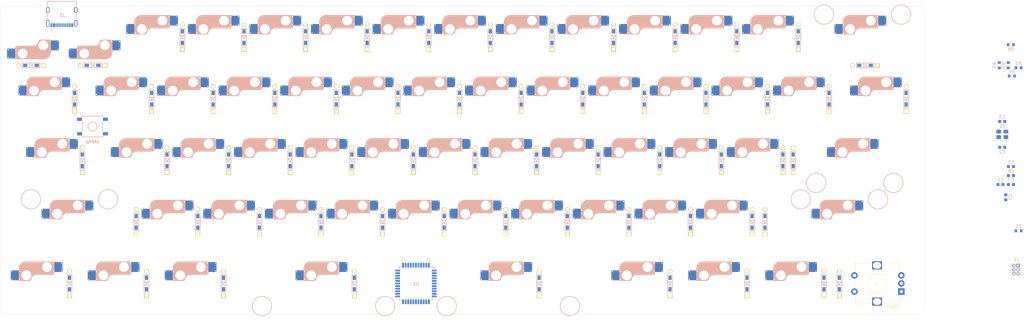
<source format=kicad_pcb>
(kicad_pcb (version 20241229) (generator "pcbnew") (generator_version "9.0")
  (layers (0 "F.Cu" signal) (2 "B.Cu" signal) (13 "F.Paste" user) (15 "B.Paste" user) (5 "F.SilkS" user "F.Silkscreen") (7 "B.SilkS" user "B.Silkscreen") (1 "F.Mask" user) (3 "B.Mask" user) (25 "Edge.Cuts" user))
  (net 0 "")
  (net 1 "Net-(U1-UCAP)")
  (net 2 "GND")
  (net 3 "XTAL1")
  (net 4 "XTAL2")
  (net 5 "VCC")
  (net 6 "Net-(D1-A)")
  (net 7 "row0")
  (net 8 "Net-(D2-A)")
  (net 9 "Net-(D3-A)")
  (net 10 "Net-(D4-A)")
  (net 11 "Net-(D5-A)")
  (net 12 "Net-(D6-A)")
  (net 13 "Net-(D7-A)")
  (net 14 "Net-(D8-A)")
  (net 15 "Net-(D9-A)")
  (net 16 "Net-(D10-A)")
  (net 17 "Net-(D11-A)")
  (net 18 "Net-(D12-A)")
  (net 19 "Net-(D13-A)")
  (net 20 "Net-(D14-A)")
  (net 21 "Net-(D15-A)")
  (net 22 "row1")
  (net 23 "Net-(D16-A)")
  (net 24 "Net-(D17-A)")
  (net 25 "Net-(D18-A)")
  (net 26 "Net-(D19-A)")
  (net 27 "Net-(D20-A)")
  (net 28 "Net-(D21-A)")
  (net 29 "Net-(D22-A)")
  (net 30 "Net-(D23-A)")
  (net 31 "Net-(D24-A)")
  (net 32 "Net-(D25-A)")
  (net 33 "Net-(D26-A)")
  (net 34 "Net-(D27-A)")
  (net 35 "Net-(D28-A)")
  (net 36 "row2")
  (net 37 "Net-(D29-A)")
  (net 38 "Net-(D30-A)")
  (net 39 "Net-(D31-A)")
  (net 40 "Net-(D32-A)")
  (net 41 "Net-(D33-A)")
  (net 42 "Net-(D34-A)")
  (net 43 "Net-(D35-A)")
  (net 44 "Net-(D36-A)")
  (net 45 "Net-(D37-A)")
  (net 46 "Net-(D38-A)")
  (net 47 "Net-(D39-A)")
  (net 48 "Net-(D40-A)")
  (net 49 "Net-(D41-A)")
  (net 50 "Net-(D42-A)")
  (net 51 "row3")
  (net 52 "Net-(D43-A)")
  (net 53 "Net-(D44-A)")
  (net 54 "Net-(D45-A)")
  (net 55 "Net-(D46-A)")
  (net 56 "Net-(D47-A)")
  (net 57 "Net-(D48-A)")
  (net 58 "Net-(D49-A)")
  (net 59 "Net-(D50-A)")
  (net 60 "Net-(D51-A)")
  (net 61 "Net-(D52-A)")
  (net 62 "Net-(D53-A)")
  (net 63 "Net-(D54-A)")
  (net 64 "row4")
  (net 65 "Net-(D55-A)")
  (net 66 "Net-(D56-A)")
  (net 67 "Net-(D57-A)")
  (net 68 "Net-(D58-A)")
  (net 69 "Net-(D59-A)")
  (net 70 "Net-(D60-A)")
  (net 71 "Net-(D61-A)")
  (net 74 "D-")
  (net 75 "D+")
  (net 76 "Net-(J2-CC2)")
  (net 77 "Net-(J2-CC1)")
  (net 78 "Net-(U1-~{HWB}{slash}PE2)")
  (net 79 "Net-(U1-D+)")
  (net 80 "Net-(U1-D-)")
  (net 81 "col0")
  (net 82 "col1")
  (net 83 "col2")
  (net 84 "col3")
  (net 85 "col4")
  (net 86 "col5")
  (net 87 "col6")
  (net 88 "col7")
  (net 89 "col8")
  (net 90 "col9")
  (net 91 "col10")
  (net 92 "col11")
  (net 93 "col12")
  (net 94 "col13")
  (net 95 "SCK")
  (net 96 "MISO")
  (net 97 "MOSI")
  (net 99 "Reset")
  (net 101 "Net-(D62-A)")
  (net 102 "RE_A")
  (net 103 "RE_B")
  (footprint "kbd:D3_TH_SMD" (layer "F.Cu") (at 95.25 99.21875 180)
    (property "Reference" "D2" (hide yes))
    (property "Value" "1N4148W" (hide yes))
  )
  (footprint "kbd:D3_TH_SMD" (layer "F.Cu") (at 323.05625 109.5375 90)
    (property "Reference" "D27" (hide yes))
    (property "Value" "1N4148W" (hide yes))
  )
  (footprint "kbd:D3_TH_SMD" (layer "F.Cu") (at 304.00625 109.5375 90)
    (property "Reference" "D26" (hide yes))
    (property "Value" "1N4148W" (hide yes))
  )
  (footprint "BrownSugar_KBD:Stabilizer_MX_PCB_Mount_3U" (layer "F.Cu") (at 223.8375 166.6875 180)
    (property "Reference" "REF**")
    (property "Value" "Stabilizer")
  )
  (footprint "kbd:D3_TH_SMD" (layer "F.Cu") (at 108.74375 147.6375 90)
    (property "Reference" "D42" (hide yes))
    (property "Value" "1N4148W" (hide yes))
  )
  (footprint "BrownSugar_KBD:CherryMX_Hotswap_via_3U" (layer "F.Cu") (at 223.8375 166.6875)
    (property "Reference" "SW59")
    (property "Value" "Fn")
  )
  (footprint "kbd:D3_TH_SMD" (layer "F.Cu") (at 170.65625 109.5375 90)
    (property "Reference" "D19" (hide yes))
    (property "Value" "1N4148W" (hide yes))
  )
  (footprint "kbd:D3_TH_SMD" (layer "F.Cu") (at 113.50625 109.5375 90)
    (property "Reference" "D16" (hide yes))
    (property "Value" "1N4148W" (hide yes))
  )
  (footprint "kbd:D3_TH_SMD" (layer "F.Cu") (at 251.61875 128.5875 90)
    (property "Reference" "D37" (hide yes))
    (property "Value" "1N4148W" (hide yes))
  )
  (footprint "BrownSugar_KBD:CherryMX_Hotswap_via_1U" (layer "F.Cu") (at 261.9375 128.5875)
    (property "Reference" "SW39")
    (property "Value" "L")
  )
  (footprint "BrownSugar_KBD:Stabilizer_MX_PCB_Mount_3U" (layer "F.Cu") (at 166.6875 166.6875 180)
    (property "Reference" "REF**")
    (property "Value" "Stabilizer")
  )
  (footprint "BrownSugar_KBD:CherryMX_Hotswap_via_1U" (layer "F.Cu") (at 295.275 109.5375)
    (property "Reference" "SW27")
    (property "Value" "[")
  )
  (footprint "kbd:D3_TH_SMD" (layer "F.Cu") (at 184.94375 147.6375 90)
    (property "Reference" "D46" (hide yes))
    (property "Value" "1N4148W" (hide yes))
  )
  (footprint "kbd:D3_TH_SMD" (layer "F.Cu") (at 311.94375 128.5875 90)
    (property "Reference" "D41" (hide yes))
    (property "Value" "1N4148W" (hide yes))
  )
  (footprint "kbd:D3_TH_SMD" (layer "F.Cu") (at 92.075 128.5875 90)
    (property "Reference" "D29" (hide yes))
    (property "Value" "1N4148W" (hide yes))
  )
  (footprint "BrownSugar_KBD:CherryMX_Hotswap_via_1U" (layer "F.Cu") (at 280.9875 128.5875)
    (property "Reference" "SW40")
    (property "Value" ";")
  )
  (footprint "kbd:D3_TH_SMD" (layer "F.Cu") (at 194.46875 128.5875 90)
    (property "Reference" "D34" (hide yes))
    (property "Value" "1N4148W" (hide yes))
  )
  (footprint "BrownSugar_KBD:CherryMX_Hotswap_via_1U" (layer "F.Cu") (at 114.3 90.4875)
    (property "Reference" "SW4")
    (property "Value" "2")
  )
  (footprint "BrownSugar_KBD:CherryMX_Hotswap_via_1.5U" (layer "F.Cu") (at 80.9625 109.5375)
    (property "Reference" "SW16")
    (property "Value" "Tab")
  )
  (footprint "kbd:D3_TH_SMD" (layer "F.Cu") (at 321.46875 166.6875 90)
    (property "Reference" "D61" (hide yes))
    (property "Value" "1N4148W" (hide yes))
  )
  (footprint "kbd:D3_TH_SMD" (layer "F.Cu") (at 137.31875 128.5875 90)
    (property "Reference" "D31" (hide yes))
    (property "Value" "1N4148W" (hide yes))
  )
  (footprint "kbd:D3_TH_SMD" (layer "F.Cu") (at 88.10625 166.6875 90)
    (property "Reference" "D54" (hide yes))
    (property "Value" "1N4148W" (hide yes))
  )
  (footprint "BrownSugar_KBD:CherryMX_Hotswap_via_1.25U" (layer "F.Cu") (at 78.58125 166.6875)
    (property "Reference" "SW55")
    (property "Value" "L-Ctrl")
  )
  (footprint "BrownSugar_KBD:CherryMX_Hotswap_via_1U" (layer "F.Cu") (at 233.3625 147.6375)
    (property "Reference" "SW50")
    (property "Value" "M")
  )
  (footprint "BrownSugar_KBD:CherryMX_Hotswap_via_1U" (layer "F.Cu") (at 76.2 90.4875 180)
    (property "Reference" "SW2")
    (property "Value" "`")
  )
  (footprint "BrownSugar_KBD:CherryMX_Hotswap_via_1U" (layer "F.Cu") (at 171.45 90.4875)
    (property "Reference" "SW7")
    (property "Value" "5")
  )
  (footprint "BrownSugar_KBD:CherryMX_Hotswap_via_1.75U" (layer "F.Cu") (at 83.34375 128.5875)
    (property "Reference" "SW30")
    (property "Value" "Capslock")
  )
  (footprint "BrownSugar_KBD:CherryMX_Hotswap_via_1U" (layer "F.Cu") (at 247.65 90.4875)
    (property "Reference" "SW11")
    (property "Value" "9")
  )
  (footprint "kbd:D3_TH_SMD" (layer "F.Cu") (at 308.76875 128.5875 90)
    (property "Reference" "D40" (hide yes))
    (property "Value" "1N4148W" (hide yes))
  )
  (footprint "kbd:D3_TH_SMD" (layer "F.Cu") (at 273.84375 166.6875 90)
    (property "Reference" "D59" (hide yes))
    (property "Value" "1N4148W" (hide yes))
  )
  (footprint "kbd:D3_TH_SMD" (layer "F.Cu") (at 275.43125 90.4875 90)
    (property "Reference" "D11" (hide yes))
    (property "Value" "1N4148W" (hide yes))
  )
  (footprint "kbd:D3_TH_SMD" (layer "F.Cu") (at 208.75625 109.5375 90)
    (property "Reference" "D21" (hide yes))
    (property "Value" "1N4148W" (hide yes))
  )
  (footprint "kbd:D3_TH_SMD" (layer "F.Cu") (at 127.79375 147.6375 90)
    (property "Reference" "D43" (hide yes))
    (property "Value" "1N4148W" (hide yes))
  )
  (footprint "Rotary_Encoder:RotaryEncoder_Alps_EC12E-Switch_Vertical_H20mm" (layer "F.Cu") (at 345.3875 169.1875 180)
    (property "Reference" "SW63")
    (property "Value" "RotaryEncoder_Switch")
  )
  (footprint "BrownSugar_KBD:Stabilizer_MX_PCB_Mount_2U" (layer "F.Cu") (at 333.375 90.4875)
    (property "Reference" "REF**")
    (property "Value" "Stabilizer")
  )
  (footprint "kbd:D3_TH_SMD" (layer "F.Cu") (at 280.19375 147.6375 90)
    (property "Reference" "D51" (hide yes))
    (property "Value" "1N4148W" (hide yes))
  )
  (footprint "BrownSugar_KBD:CherryMX_Hotswap_via_1U" (layer "F.Cu") (at 147.6375 128.5875)
    (property "Reference" "SW33")
    (property "Value" "D")
  )
  (footprint "kbd:D3_TH_SMD" (layer "F.Cu") (at 313.53125 90.4875 90)
    (property "Reference" "D13" (hide yes))
    (property "Value" "1N4148W" (hide yes))
  )
  (footprint "BrownSugar_KBD:CherryMX_Hotswap_via_1U" (layer "F.Cu") (at 257.175 109.5375)
    (property "Reference" "SW25")
    (property "Value" "O")
  )
  (footprint "BrownSugar_KBD:CherryMX_Hotswap_via_1U" (layer "F.Cu") (at 304.8 90.4875)
    (property "Reference" "SW14")
    (property "Value" "=")
  )
  (footprint "kbd:D3_TH_SMD" (layer "F.Cu") (at 213.51875 128.5875 90)
    (property "Reference" "D35" (hide yes))
    (property "Value" "1N4148W" (hide yes))
  )
  (footprint "BrownSugar_KBD:Stabilizer_MX_PCB_Mount_2U" (layer "F.Cu") (at 330.99375 128.5875 180)
    (property "Reference" "REF**")
    (property "Value" "Stabilizer")
  )
  (footprint "kbd:D3_TH_SMD" (layer "F.Cu") (at 123.03125 90.4875 90)
    (property "Reference" "D3" (hide yes))
    (property "Value" "1N4148W" (hide yes))
  )
  (footprint "kbd:D3_TH_SMD" (layer "F.Cu") (at 227.80625 109.5375 90)
    (property "Reference" "D22" (hide yes))
    (property "Value" "1N4148W" (hide yes))
  )
  (footprint "kbd:D3_TH_SMD" (layer "F.Cu") (at 203.99375 147.6375 90)
    (property "Reference" "D47" (hide yes))
    (property "Value" "1N4148W" (hide yes))
  )
  (footprint "BrownSugar_KBD:CherryMX_Hotswap_via_1U" (layer "F.Cu") (at 219.075 109.5375)
    (property "Reference" "SW23")
    (property "Value" "U")
  )
  (footprint "kbd:D3_TH_SMD" (layer "F.Cu") (at 132.55625 109.5375 90)
    (property "Reference" "D17" (hide yes))
    (property "Value" "1N4148W" (hide yes))
  )
  (footprint "BrownSugar_KBD:CherryMX_Hotswap_via_1U" (layer "F.Cu") (at 204.7875 128.5875)
    (property "Reference" "SW36")
    (property "Value" "H")
  )
  (footprint "kbd:D3_TH_SMD" (layer "F.Cu") (at 146.84375 147.6375 90)
    (property "Reference" "D44" (hide yes))
    (property "Value" "1N4148W" (hide yes))
  )
  (footprint "BrownSugar_KBD:CherryMX_Hotswap_via_1.25U" (layer "F.Cu") (at 126.20625 166.6875)
    (property "Reference" "SW57")
    (property "Value" "L-Alt")
  )
  (footprint "BrownSugar_KBD:CherryMX_Hotswap_via_1U" (layer "F.Cu") (at 185.7375 128.5875)
    (property "Reference" "SW35")
    (property "Value" "G")
  )
  (footprint "BrownSugar_KBD:CherryMX_Hotswap_via_1U" (layer "F.Cu") (at 157.1625 147.6375)
    (property "Reference" "SW46")
    (property "Value" "C")
  )
  (footprint "BrownSugar_KBD:CherryMX_Hotswap_via_1.25U" (layer "F.Cu") (at 288.13125 166.6875)
    (property "Reference" "SW61")
    (property "Value" "Menu")
  )
  (footprint "BrownSugar_KBD:CherryMX_Hotswap_via_1U" (layer "F.Cu") (at 266.7 90.4875)
    (property "Reference" "SW12")
    (property "Value" "0")
  )
  (footprint "kbd:D3_TH_SMD" (layer "F.Cu") (at 175.41875 128.5875 90)
    (property "Reference" "D33" (hide yes))
    (property "Value" "1N4148W" (hide yes))
  )
  (footprint "kbd:D3_TH_SMD" (layer "F.Cu") (at 270.66875 128.5875 90)
    (property "Reference" "D38" (hide yes))
    (property "Value" "1N4148W" (hide yes))
  )
  (footprint "BrownSugar_KBD:CherryMX_Hotswap_via_1U" (layer "F.Cu") (at 214.3125 147.6375)
    (property "Reference" "SW49")
    (property "Value" "N")
  )
  (footprint "BrownSugar_KBD:CherryMX_Hotswap_via_1U" (layer "F.Cu") (at 133.35 90.4875)
    (property "Reference" "SW5")
    (property "Value" "3")
  )
  (footprint "kbd:D3_TH_SMD" (layer "F.Cu") (at 156.36875 128.5875 90)
    (property "Reference" "D32" (hide yes))
    (property "Value" "1N4148W" (hide yes))
  )
  (footprint "BrownSugar_KBD:CherryMX_Hotswap_via_1U" (layer "F.Cu") (at 190.5 90.4875)
    (property "Reference" "SW8")
    (property "Value" "6")
  )
  (footprint "kbd:D3_TH_SMD" (layer "F.Cu") (at 218.28125 90.4875 90)
    (property "Reference" "D8" (hide yes))
    (property "Value" "1N4148W" (hide yes))
  )
  (footprint "kbd:D3_TH_SMD" (layer "F.Cu") (at 199.23125 90.4875 90)
    (property "Reference" "D7" (hide yes))
    (property "Value" "1N4148W" (hide yes))
  )
  (footprint "BrownSugar_KBD:CherryMX_Hotswap_via_1U" (layer "F.Cu") (at 180.975 109.5375)
    (property "Reference" "SW21")
    (property "Value" "T")
  )
  (footprint "kbd:D3_TH_SMD" (layer "F.Cu") (at 151.60625 109.5375 90)
    (property "Reference" "D18" (hide yes))
    (property "Value" "1N4148W" (hide yes))
  )
  (footprint "BrownSugar_KBD:CherryMX_Hotswap_via_2U" (layer "F.Cu") (at 333.375 90.4875)
    (property "Reference" "SW15")
    (property "Value" "Backspace")
  )
  (footprint "BrownSugar_KBD:Stabilizer_MX_PCB_Mount_2U" (layer "F.Cu") (at 88.10625 147.6375)
    (property "Reference" "REF**")
    (property "Value" "Stabilizer")
  )
  (footprint "BrownSugar_KBD:CherryMX_Hotswap_via_1U" (layer "F.Cu") (at 104.775 109.5375)
    (property "Reference" "SW17")
    (property "Value" "Q")
  )
  (footprint "BrownSugar_KBD:CherryMX_Hotswap_via_1.25U" (layer "F.Cu") (at 102.39375 166.6875)
    (property "Reference" "SW56")
    (property "Value" "win")
  )
  (footprint "kbd:D3_TH_SMD" (layer "F.Cu") (at 299.24375 147.6375 90)
    (property "Reference" "D52" (hide yes))
    (property "Value" "1N4148W" (hide yes))
  )
  (footprint "BrownSugar_KBD:CherryMX_Hotswap_via_1U" (layer "F.Cu") (at 176.2125 147.6375)
    (property "Reference" "SW47")
    (property "Value" "V")
  )
  (footprint "BrownSugar_KBD:CherryMX_Hotswap_via_2.25U" (layer "F.Cu") (at 330.99375 128.5875)
    (property "Reference" "SW42")
    (property "Value" "Enter")
  )
  (footprint "kbd:D3_TH_SMD" (layer "F.Cu") (at 180.18125 90.4875 90)
    (property "Reference" "D6" (hide yes))
    (property "Value" "1N4148W" (hide yes))
  )
  (footprint "BrownSugar_KBD:CherryMX_Hotswap_via_1U" (layer "F.Cu") (at 109.5375 128.5875)
    (property "Reference" "SW31")
    (property "Value" "A")
  )
  (footprint "kbd:D3_TH_SMD" (layer "F.Cu") (at 237.33125 90.4875 90)
    (property "Reference" "D9" (hide yes))
    (property "Value" "1N4148W" (hide yes))
  )
  (footprint "BrownSugar_KBD:CherryMX_Hotswap_via_1.25U" (layer "F.Cu") (at 311.94375 166.6875)
    (property "Reference" "SW62")
    (property "Value" "R-Ctrl")
  )
  (footprint "kbd:D3_TH_SMD" (layer "F.Cu") (at 165.89375 147.6375 90)
    (property "Reference" "D45" (hide yes))
    (property "Value" "1N4148W" (hide yes))
  )
  (footprint "BrownSugar_KBD:CherryMX_Hotswap_via_1U" (layer "F.Cu") (at 200.025 109.5375)
    (property "Reference" "SW22")
    (property "Value" "Y")
  )
  (footprint "kbd:D3_TH_SMD" (layer "F.Cu") (at 289.71875 128.5875 90)
    (property "Reference" "D39" (hide yes))
    (property "Value" "1N4148W" (hide yes))
  )
  (footprint "BrownSugar_KBD:CherryMX_Hotswap_via_1U" (layer "F.Cu") (at 119.0625 147.6375)
    (property "Reference" "SW44")
    (property "Value" "Z")
  )
  (footprint "BrownSugar_KBD:CherryMX_Hotswap_via_1U" (layer "F.Cu") (at 290.5125 147.6375)
    (property "Reference" "SW53")
    (property "Value" "/")
  )
  (footprint "BrownSugar_KBD:Stabilizer_MX_PCB_Mount_2U" (layer "F.Cu") (at 326.23125 147.6375)
    (property "Reference" "REF**")
    (property "Value" "Stabilizer")
  )
  (footprint "kbd:D3_TH_SMD" (layer "F.Cu") (at 246.85625 109.5375 90)
    (property "Reference" "D23" (hide yes))
    (property "Value" "1N4148W" (hide yes))
  )
  (footprint "kbd:D3_TH_SMD" (layer "F.Cu") (at 89.69375 109.5375 90)
    (property "Reference" "D15" (hide yes))
    (property "Value" "1N4148W" (hide yes))
  )
  (footprint "BrownSugar_KBD:CherryMX_Hotswap_via_1U" (layer "F.Cu") (at 142.875 109.5375)
    (property "Reference" "SW19")
    (property "Value" "E")
  )
  (footprint "BrownSugar_KBD:CherryMX_Hotswap_via_1U" (layer "F.Cu") (at 276.225 109.5375)
    (property "Reference" "SW26")
    (property "Value" "P")
  )
  (footprint "BrownSugar_KBD:CherryMX_Hotswap_via_1U" (layer "F.Cu") (at 314.325 109.5375)
    (property "Reference" "SW28")
    (property "Value" "]")
  )
  (footprint "BrownSugar_KBD:CherryMX_Hotswap_via_1U" (layer "F.Cu") (at 161.925 109.5375)
    (property "Reference" "SW20")
    (property "Value" "R")
  )
  (footprint "kbd:D3_TH_SMD" (layer "F.Cu") (at 223.04375 147.6375 90)
    (property "Reference" "D48" (hide yes))
    (property "Value" "1N4148W" (hide yes))
  )
  (footprint "kbd:D3_TH_SMD" (layer "F.Cu") (at 76.2 99.21875 180)
    (property "Reference" "D1" (hide yes))
    (property "Value" "1N4148W" (hide yes))
  )
  (footprint "kbd:D3_TH_SMD" (layer "F.Cu") (at 242.09375 147.6375 90)
    (property "Reference" "D49" (hide yes))
    (property "Value" "1N4148W" (hide yes))
  )
  (footprint "BrownSugar_KBD:CherryMX_Hotswap_via_1U" (layer "F.Cu") (at 300.0375 128.5875)
    (property "Reference" "SW41")
    (property "Value" "'")
  )
  (footprint "BrownSugar_KBD:CherryMX_Hotswap_via_1U" (layer "F.Cu") (at 271.4625 147.6375)
    (property "Reference" "SW52")
    (property "Value" ".")
  )
  (footprint "Connector_PinSocket_1.27mm:PinSocket_2x03_P1.27mm_Vertical" (layer "F.Cu") (at 381.47625 161.13125)
    (property "Reference" "J1")
    (property "Value" "ICSP")
  )
  (footprint "BrownSugar_KBD:CherryMX_Hotswap_via_1U" (layer "F.Cu") (at 128.5875 128.5875)
    (property "Reference" "SW32")
    (property "Value" "S")
  )
  (footprint "kbd:D3_TH_SMD" (layer "F.Cu") (at 135.73125 166.6875 90)
    (property "Reference" "D56" (hide yes))
    (property "Value" "1N4148W" (hide yes))
  )
  (footprint "BrownSugar_KBD:CherryMX_Hotswap_via_1U" (layer "F.Cu") (at 238.125 109.5375)
    (property "Reference" "SW24")
    (property "Value" "I")
  )
  (footprint "BrownSugar_KBD:CherryMX_Hotswap_via_1U" (layer "F.Cu") (at 223.8375 128.5875)
    (property "Reference" "SW37")
    (property "Value" "J")
  )
  (footprint "BrownSugar_KBD:CherryMX_Hotswap_via_1.25U" (layer "F.Cu") (at 264.31875 166.6875)
    (property "Reference" "SW60")
    (property "Value" "R-Alt")
  )
  (footprint "BrownSugar_KBD:CherryMX_Hotswap_via_3U" (layer "F.Cu") (at 166.6875 166.6875)
    (property "Reference" "SW58")
    (property "Value" "Space")
  )
  (footprint "BrownSugar_KBD:CherryMX_Hotswap_via_1U" (layer "F.Cu") (at 195.2625 147.6375)
    (property "Reference" "SW48")
    (property "Value" "B")
  )
  (footprint "BrownSugar_KBD:CherryMX_Hotswap_via_1U" (layer "F.Cu") (at 252.4125 147.6375)
    (property "Reference" "SW51")
    (property "Value" ",")
  )
  (footprint "BrownSugar_KBD:CherryMX_Hotswap_via_1U" (layer "F.Cu") (at 209.55 90.4875)
    (property "Reference" "SW9")
    (property "Value" "7")
  )
  (footprint "kbd:D3_TH_SMD" (layer "F.Cu") (at 233.3625 166.6875 90)
    (property "Reference" "D58" (hide yes))
    (property "Value" "1N4148W" (hide yes))
  )
  (footprint "BrownSugar_KBD:CherryMX_Hotswap_via_1U" (layer "F.Cu") (at 166.6875 128.5875)
    (property "Reference" "SW34")
    (property "Value" "F")
  )
  (footprint "kbd:D3_TH_SMD" (layer "F.Cu") (at 334.16875 99.21875 180)
    (property "Reference" "D14" (hide yes))
    (property "Value" "1N4148W" (hide yes))
  )
  (footprint "BrownSugar_KBD:CherryMX_Hotswap_via_1U" (layer "F.Cu") (at 138.1125 147.6375)
    (property "Reference" "SW45")
    (property "Value" "X")
  )
  (footprint "BrownSugar_KBD:CherryMX_Hotswap_via_1U" (layer "F.Cu") (at 152.4 90.4875)
    (property "Reference" "SW6")
    (property "Value" "4")
  )
  (footprint "BrownSugar_KBD:CherryMX_Hotswap_via_1U" (layer "F.Cu") (at 95.25 90.4875 180)
    (property "Reference" "SW3")
    (property "Value" "1")
  )
  (footprint "kbd:D3_TH_SMD" (layer "F.Cu") (at 189.70625 109.5375 90)
    (property "Reference" "D20" (hide yes))
    (property "Value" "1N4148W" (hide yes))
  )
  (footprint "BrownSugar_KBD:CherryMX_Hotswap_via_2.75U" (layer "F.Cu") (at 326.23125 147.6375)
    (property "Reference" "SW54")
    (property "Value" "R-shift")
  )
  (footprint "kbd:D3_TH_SMD" (layer "F.Cu") (at 326.23125 166.6875 90)
    (property "Reference" "D62" (hide yes))
    (property "Value" "1N4148W" (hide yes))
  )
  (footprint "BrownSugar_KBD:CherryMX_Hotswap_via_1U" (layer "F.Cu") (at 242.8875 128.5875)
    (property "Reference" "SW38")
    (property "Value" "K")
  )
  (footprint "BrownSugar_KBD:CherryMX_Hotswap_via_1U" (layer "F.Cu") (at 123.825 109.5375)
    (property "Reference" "SW18")
    (property "Value" "W")
  )
  (footprint "kbd:D3_TH_SMD" (layer "F.Cu") (at 346.86875 109.5375 90)
    (property "Reference" "D28" (hide yes))
    (property "Value" "1N4148W" (hide yes))
  )
  (footprint "kbd:D3_TH_SMD" (layer "F.Cu") (at 303.2125 147.6375 90)
    (property "Reference" "D53" (hide yes))
    (property "Value" "1N4148W" (hide yes))
  )
  (footprint "kbd:D3_TH_SMD" (layer "F.Cu") (at 232.56875 128.5875 90)
    (property "Reference" "D36" (hide yes))
    (property "Value" "1N4148W" (hide yes))
  )
  (footprint "kbd:D3_TH_SMD" (layer "F.Cu") (at 284.95625 109.5375 90)
    (property "Reference" "D25" (hide yes))
    (property "Value" "1N4148W" (hide yes))
  )
  (footprint "BrownSugar_KBD:CherryMX_Hotswap_via_1U" (layer "F.Cu") (at 228.6 90.4875)
    (property "Reference" "SW10")
    (property "Value" "8")
  )
  (footprint "kbd:D3_TH_SMD" (layer "F.Cu") (at 256.38125 90.4875 90)
    (property "Reference" "D10" (hide yes))
    (property "Value" "1N4148W" (hide yes))
  )
  (footprint "kbd:D3_TH_SMD" (layer "F.Cu") (at 261.14375 147.6375 90)
    (property "Reference" "D50" (hide yes))
    (property "Value" "1N4148W" (hide yes))
  )
  (footprint "BrownSugar_KBD:CherryMX_Hotswap_via_2.25U" (layer "F.Cu") (at 88.10625 147.6375)
    (property "Reference" "SW43")
    (property "Value" "L-shift")
  )
  (footprint "kbd:D3_TH_SMD" (layer "F.Cu") (at 176.2125 166.6875 90)
    (property "Reference" "D57" (hide yes))
    (property "Value" "1N4148W" (hide yes))
  )
  (footprint "kbd:D3_TH_SMD" (layer "F.Cu") (at 265.90625 109.5375 90)
    (property "Reference" "D24" (hide yes))
    (property "Value" "1N4148W" (hide yes))
  )
  (footprint "kbd:D3_TH_SMD" (layer "F.Cu") (at 118.26875 128.5875 90)
    (property "Reference" "D30" (hide yes))
    (property "Value" "1N4148W" (hide yes))
  )
  (footprint "kbd:D3_TH_SMD" (layer "F.Cu") (at 142.08125 90.4875 90)
    (property "Reference" "D4" (hide yes))
    (property "Value" "1N4148W" (hide yes))
  )
  (footprint "kbd:D3_TH_SMD" (layer "F.Cu") (at 161.13125 90.4875 90)
    (property "Reference" "D5" (hide yes))
    (property "Value" "1N4148W" (hide yes))
  )
  (footprint "BrownSugar_KBD:CherryMX_Hotswap_via_1U" (layer "F.Cu") (at 285.75 90.4875)
    (property "Reference" "SW13")
    (property "Value" "-")
  )
  (footprint "BrownSugar_KBD:CherryMX_Hotswap_via_1.5U" (layer "F.Cu") (at 338.1375 109.5375)
    (property "Reference" "SW29")
    (property "Value" "\\")
  )
  (footprint "kbd:D3_TH_SMD" (layer "F.Cu") (at 297.65625 166.6875 90)
    (property "Reference" "D60" (hide yes))
    (property "Value" "1N4148W" (hide yes))
  )
  (footprint "kbd:D3_TH_SMD" (layer "F.Cu") (at 294.48125 90.4875 90)
    (property "Reference" "D12" (hide yes))
    (property "Value" "1N4148W" (hide yes))
  )
  (footprint "kbd:D3_TH_SMD" (layer "F.Cu") (at 111.91875 166.6875 90)
    (property "Reference" "D55" (hide yes))
    (property "Value" "1N4148W" (hide yes))
  )
  (footprint "Capacitor_SMD:C_0603_1608Metric" (layer "B.Cu") (at 379.3 133.31875 180)
    (property "Reference" "C6")
    (property "Value" "0.1uF")
  )
  (footprint "Resistor_SMD:R_0603_1608Metric" (layer "B.Cu") (at 379.25 92.8375)
    (property "Reference" "R6")
    (property "Value" "10k")
  )
  (footprint "Capacitor_SMD:C_0603_1608Metric" (layer "B.Cu") (at 376.59375 124.5625)
    (property "Reference" "C2")
    (property "Value" "22pF")
  )
  (footprint "Capacitor_SMD:C_0603_1608Metric" (layer "B.Cu") (at 379.3 130.5 180)
    (property "Reference" "C4")
    (property "Value" "10uF")
  )
  (footprint "Resistor_SMD:R_0603_1608Metric" (layer "B.Cu") (at 381.63125 99.98125)
    (property "Reference" "R5")
    (property "Value" "5.1k")
  )
  (footprint "Package_QFP:TQFP-44_10x10mm_P0.8mm" (layer "B.Cu") (at 195.2625 166.6875 180)
    (property "Reference" "U1")
    (property "Value" "ATmega32U4-A")
  )
  (footprint "Capacitor_SMD:C_0603_1608Metric" (layer "B.Cu") (at 379.3 136.06875 180)
    (property "Reference" "C7")
    (property "Value" "0.1uF")
  )
  (footprint "Resistor_SMD:R_0603_1608Metric" (layer "B.Cu") (at 375.678125 99.1875 -90)
    (property "Reference" "R3")
    (property "Value" "22")
  )
  (footprint "Resistor_SMD:R_0603_1608Metric" (layer "B.Cu") (at 381.63125 150.384375 180)
    (property "Reference" "R1")
    (property "Value" "10k")
  )
  (footprint "Capacitor_SMD:C_0603_1608Metric" (layer "B.Cu") (at 376.59375 116.5625 180)
    (property "Reference" "C3")
    (property "Value" "22pF")
  )
  (footprint "Resistor_SMD:R_0603_1608Metric" (layer "B.Cu") (at 378.45625 99.1875 -90)
    (property "Reference" "R2")
    (property "Value" "22")
  )
  (footprint "5077CR-16SMC2-BK-TR:NELTRON_5077CR-16SMC2-BK-TR" (layer "B.Cu") (at 85.725 85.725)
    (property "Reference" "J2")
    (property "Value" "5077CR-16SMC2-BK-TR")
  )
  (footprint "original_library:ResetSW TSHA-T-2.5B2-19SH" (layer "B.Cu") (at 95.21875 118.1375)
    (property "Reference" "Reset")
    (property "Value" "Reset SW")
  )
  (footprint "Crystal:Crystal_SMD_3225-4Pin_3.2x2.5mm" (layer "B.Cu") (at 376.59375 120.5625 180)
    (property "Reference" "Y1")
    (property "Value" "16MHz")
  )
  (footprint "Capacitor_SMD:C_0603_1608Metric" (layer "B.Cu") (at 376.05 136.06875 180)
    (property "Reference" "C1")
    (property "Value" "1uF")
  )
  (footprint "Resistor_SMD:R_0603_1608Metric" (layer "B.Cu") (at 379.575 102.509375 180)
    (property "Reference" "R4")
    (property "Value" "5.1k")
  )
  (footprint "Capacitor_SMD:C_0603_1608Metric" (layer "B.Cu") (at 377.69375 140.0375 -90)
    (property "Reference" "C5")
    (property "Value" "0.1uF")
  )
  (gr_line (start 350.4406 176.2125) (end 68.659375 176.2125) (stroke (width 0.05)) (layer "Edge.Cuts"))
  (gr_line (start 66.675 174.228125) (end 66.675 82.946875) (stroke (width 0.05)) (layer "Edge.Cuts"))
  (gr_arc (start 352.425 174.228125) (mid 351.84379 175.63129) (end 350.440625 176.2125) (stroke (width 0.05)) (layer "Edge.Cuts"))
  (gr_line (start 68.659375 80.9625) (end 350.440625 80.9625) (stroke (width 0.05)) (layer "Edge.Cuts"))
  (gr_arc (start 350.440625 80.9625) (mid 351.84379 81.54371) (end 352.425 82.946875) (stroke (width 0.05)) (layer "Edge.Cuts"))
  (gr_line (start 352.425 82.946875) (end 352.425 174.228125) (stroke (width 0.05)) (layer "Edge.Cuts"))
  (gr_arc (start 66.675 82.946875) (mid 67.25621 81.54371) (end 68.659375 80.9625) (stroke (width 0.05)) (layer "Edge.Cuts"))
  (gr_arc (start 68.659375 176.2125) (mid 67.25621 175.63129) (end 66.675 174.228125) (stroke (width 0.05)) (layer "Edge.Cuts"))
)
</source>
